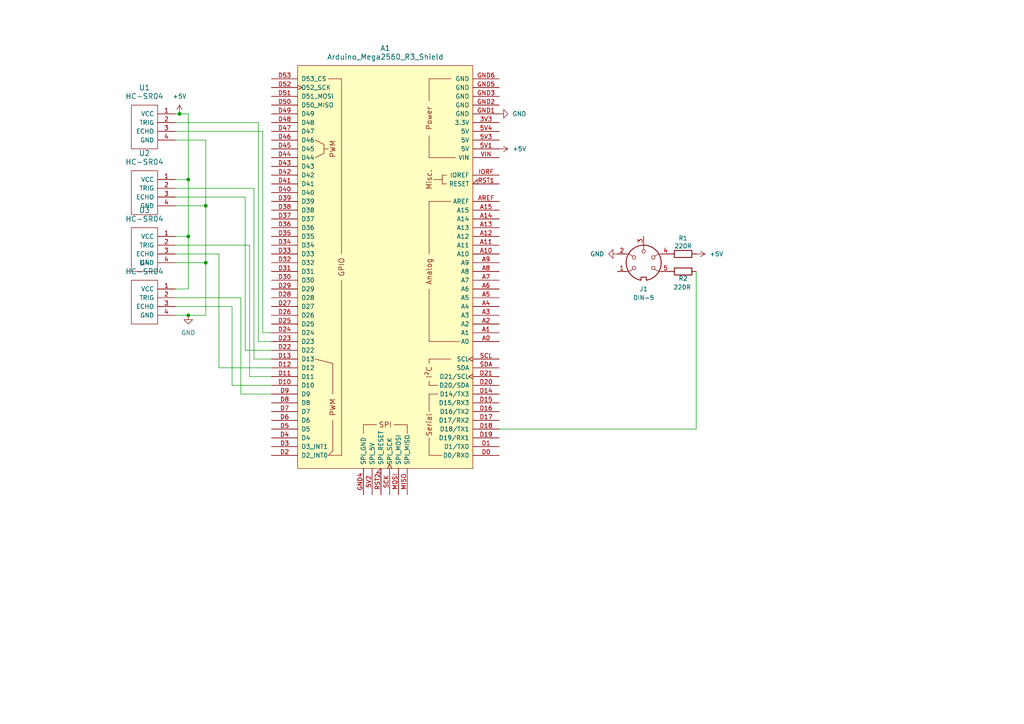
<source format=kicad_sch>
(kicad_sch
	(version 20250114)
	(generator "eeschema")
	(generator_version "9.0")
	(uuid "27110283-765f-42fd-b822-de0c17d6d19c")
	(paper "A4")
	(lib_symbols
		(symbol "Connector:DIN-5"
			(pin_names
				(offset 1.016)
			)
			(exclude_from_sim no)
			(in_bom yes)
			(on_board yes)
			(property "Reference" "J"
				(at 3.175 5.715 0)
				(effects
					(font
						(size 1.27 1.27)
					)
				)
			)
			(property "Value" "DIN-5"
				(at 0 -6.35 0)
				(effects
					(font
						(size 1.27 1.27)
					)
				)
			)
			(property "Footprint" ""
				(at 0 0 0)
				(effects
					(font
						(size 1.27 1.27)
					)
					(hide yes)
				)
			)
			(property "Datasheet" "http://www.mouser.com/ds/2/18/40_c091_abd_e-75918.pdf"
				(at 0 0 0)
				(effects
					(font
						(size 1.27 1.27)
					)
					(hide yes)
				)
			)
			(property "Description" "5-pin DIN connector"
				(at 0 0 0)
				(effects
					(font
						(size 1.27 1.27)
					)
					(hide yes)
				)
			)
			(property "ki_keywords" "circular DIN connector"
				(at 0 0 0)
				(effects
					(font
						(size 1.27 1.27)
					)
					(hide yes)
				)
			)
			(property "ki_fp_filters" "DIN*"
				(at 0 0 0)
				(effects
					(font
						(size 1.27 1.27)
					)
					(hide yes)
				)
			)
			(symbol "DIN-5_0_1"
				(polyline
					(pts
						(xy -5.08 2.54) (xy -4.318 2.54) (xy -3.175 1.905)
					)
					(stroke
						(width 0)
						(type default)
					)
					(fill
						(type none)
					)
				)
				(polyline
					(pts
						(xy -5.08 -2.54) (xy -4.318 -2.54) (xy -3.175 -1.905)
					)
					(stroke
						(width 0)
						(type default)
					)
					(fill
						(type none)
					)
				)
				(circle
					(center -2.794 1.524)
					(radius 0.508)
					(stroke
						(width 0)
						(type default)
					)
					(fill
						(type none)
					)
				)
				(circle
					(center -2.794 -1.524)
					(radius 0.508)
					(stroke
						(width 0)
						(type default)
					)
					(fill
						(type none)
					)
				)
				(polyline
					(pts
						(xy -0.762 -4.953) (xy -0.762 -4.191) (xy 0.762 -4.191) (xy 0.762 -4.953)
					)
					(stroke
						(width 0.254)
						(type default)
					)
					(fill
						(type none)
					)
				)
				(arc
					(start 5.08 0)
					(mid 3.8673 -3.3444)
					(end 0.762 -5.08)
					(stroke
						(width 0.254)
						(type default)
					)
					(fill
						(type none)
					)
				)
				(polyline
					(pts
						(xy 0 5.08) (xy 0 3.81)
					)
					(stroke
						(width 0)
						(type default)
					)
					(fill
						(type none)
					)
				)
				(circle
					(center 0 3.302)
					(radius 0.508)
					(stroke
						(width 0)
						(type default)
					)
					(fill
						(type none)
					)
				)
				(arc
					(start -5.08 0)
					(mid 0 5.0579)
					(end 5.08 0)
					(stroke
						(width 0.254)
						(type default)
					)
					(fill
						(type none)
					)
				)
				(arc
					(start -0.762 -5.08)
					(mid -3.8597 -3.3379)
					(end -5.08 0)
					(stroke
						(width 0.254)
						(type default)
					)
					(fill
						(type none)
					)
				)
				(circle
					(center 2.794 1.524)
					(radius 0.508)
					(stroke
						(width 0)
						(type default)
					)
					(fill
						(type none)
					)
				)
				(circle
					(center 2.794 -1.524)
					(radius 0.508)
					(stroke
						(width 0)
						(type default)
					)
					(fill
						(type none)
					)
				)
				(polyline
					(pts
						(xy 5.08 2.54) (xy 4.318 2.54) (xy 3.175 1.905)
					)
					(stroke
						(width 0)
						(type default)
					)
					(fill
						(type none)
					)
				)
				(polyline
					(pts
						(xy 5.08 -2.54) (xy 4.318 -2.54) (xy 3.175 -1.905)
					)
					(stroke
						(width 0)
						(type default)
					)
					(fill
						(type none)
					)
				)
			)
			(symbol "DIN-5_1_1"
				(pin passive line
					(at -7.62 2.54 0)
					(length 2.54)
					(name "~"
						(effects
							(font
								(size 1.27 1.27)
							)
						)
					)
					(number "2"
						(effects
							(font
								(size 1.27 1.27)
							)
						)
					)
				)
				(pin passive line
					(at -7.62 -2.54 0)
					(length 2.54)
					(name "~"
						(effects
							(font
								(size 1.27 1.27)
							)
						)
					)
					(number "1"
						(effects
							(font
								(size 1.27 1.27)
							)
						)
					)
				)
				(pin passive line
					(at 0 7.62 270)
					(length 2.54)
					(name "~"
						(effects
							(font
								(size 1.27 1.27)
							)
						)
					)
					(number "3"
						(effects
							(font
								(size 1.27 1.27)
							)
						)
					)
				)
				(pin passive line
					(at 7.62 2.54 180)
					(length 2.54)
					(name "~"
						(effects
							(font
								(size 1.27 1.27)
							)
						)
					)
					(number "4"
						(effects
							(font
								(size 1.27 1.27)
							)
						)
					)
				)
				(pin passive line
					(at 7.62 -2.54 180)
					(length 2.54)
					(name "~"
						(effects
							(font
								(size 1.27 1.27)
							)
						)
					)
					(number "5"
						(effects
							(font
								(size 1.27 1.27)
							)
						)
					)
				)
			)
			(embedded_fonts no)
		)
		(symbol "Device:R"
			(pin_numbers
				(hide yes)
			)
			(pin_names
				(offset 0)
			)
			(exclude_from_sim no)
			(in_bom yes)
			(on_board yes)
			(property "Reference" "R"
				(at 2.032 0 90)
				(effects
					(font
						(size 1.27 1.27)
					)
				)
			)
			(property "Value" "R"
				(at 0 0 90)
				(effects
					(font
						(size 1.27 1.27)
					)
				)
			)
			(property "Footprint" ""
				(at -1.778 0 90)
				(effects
					(font
						(size 1.27 1.27)
					)
					(hide yes)
				)
			)
			(property "Datasheet" "~"
				(at 0 0 0)
				(effects
					(font
						(size 1.27 1.27)
					)
					(hide yes)
				)
			)
			(property "Description" "Resistor"
				(at 0 0 0)
				(effects
					(font
						(size 1.27 1.27)
					)
					(hide yes)
				)
			)
			(property "ki_keywords" "R res resistor"
				(at 0 0 0)
				(effects
					(font
						(size 1.27 1.27)
					)
					(hide yes)
				)
			)
			(property "ki_fp_filters" "R_*"
				(at 0 0 0)
				(effects
					(font
						(size 1.27 1.27)
					)
					(hide yes)
				)
			)
			(symbol "R_0_1"
				(rectangle
					(start -1.016 -2.54)
					(end 1.016 2.54)
					(stroke
						(width 0.254)
						(type default)
					)
					(fill
						(type none)
					)
				)
			)
			(symbol "R_1_1"
				(pin passive line
					(at 0 3.81 270)
					(length 1.27)
					(name "~"
						(effects
							(font
								(size 1.27 1.27)
							)
						)
					)
					(number "1"
						(effects
							(font
								(size 1.27 1.27)
							)
						)
					)
				)
				(pin passive line
					(at 0 -3.81 90)
					(length 1.27)
					(name "~"
						(effects
							(font
								(size 1.27 1.27)
							)
						)
					)
					(number "2"
						(effects
							(font
								(size 1.27 1.27)
							)
						)
					)
				)
			)
			(embedded_fonts no)
		)
		(symbol "arduino-library:Arduino_Mega2560_R3_Shield"
			(pin_names
				(offset 1.016)
			)
			(exclude_from_sim no)
			(in_bom yes)
			(on_board yes)
			(property "Reference" "A"
				(at 0 -62.23 0)
				(effects
					(font
						(size 1.524 1.524)
					)
				)
			)
			(property "Value" "Arduino_Mega2560_R3_Shield"
				(at 0 -66.04 0)
				(effects
					(font
						(size 1.524 1.524)
					)
				)
			)
			(property "Footprint" "PCM_arduino-library:Arduino_Mega2560_R3_Shield"
				(at 0 -73.66 0)
				(effects
					(font
						(size 1.524 1.524)
					)
					(hide yes)
				)
			)
			(property "Datasheet" "https://docs.arduino.cc/hardware/mega-2560"
				(at 0 -69.85 0)
				(effects
					(font
						(size 1.524 1.524)
					)
					(hide yes)
				)
			)
			(property "Description" "Shield for Arduino Mega 2560 R3"
				(at 0 0 0)
				(effects
					(font
						(size 1.27 1.27)
					)
					(hide yes)
				)
			)
			(property "ki_keywords" "Arduino MPU Shield"
				(at 0 0 0)
				(effects
					(font
						(size 1.27 1.27)
					)
					(hide yes)
				)
			)
			(property "ki_fp_filters" "Arduino_Mega2560_R3_Shield"
				(at 0 0 0)
				(effects
					(font
						(size 1.27 1.27)
					)
					(hide yes)
				)
			)
			(symbol "Arduino_Mega2560_R3_Shield_0_0"
				(rectangle
					(start -25.4 -58.42)
					(end 25.4 58.42)
					(stroke
						(width 0)
						(type default)
					)
					(fill
						(type background)
					)
				)
				(polyline
					(pts
						(xy -21.59 21.59) (xy -12.7 21.59)
					)
					(stroke
						(width 0)
						(type default)
					)
					(fill
						(type none)
					)
				)
				(rectangle
					(start -20.32 -31.75)
					(end -12.7 -31.75)
					(stroke
						(width 0)
						(type default)
					)
					(fill
						(type none)
					)
				)
				(rectangle
					(start -19.05 26.67)
					(end -12.7 26.67)
					(stroke
						(width 0)
						(type default)
					)
					(fill
						(type none)
					)
				)
				(rectangle
					(start -19.05 -19.05)
					(end -12.7 -19.05)
					(stroke
						(width 0)
						(type default)
					)
					(fill
						(type none)
					)
				)
				(rectangle
					(start -19.05 -54.61)
					(end -12.7 -54.61)
					(stroke
						(width 0)
						(type default)
					)
					(fill
						(type none)
					)
				)
				(rectangle
					(start -17.78 -24.13)
					(end -16.51 -24.13)
					(stroke
						(width 0)
						(type default)
					)
					(fill
						(type none)
					)
				)
				(rectangle
					(start -17.78 -26.67)
					(end -16.51 -26.67)
					(stroke
						(width 0)
						(type default)
					)
					(fill
						(type none)
					)
				)
				(rectangle
					(start -16.51 54.61)
					(end -12.7 54.61)
					(stroke
						(width 0)
						(type default)
					)
					(fill
						(type none)
					)
				)
				(rectangle
					(start -16.51 -24.13)
					(end -16.51 -26.67)
					(stroke
						(width 0)
						(type default)
					)
					(fill
						(type none)
					)
				)
				(rectangle
					(start -16.51 -25.4)
					(end -13.97 -25.4)
					(stroke
						(width 0)
						(type default)
					)
					(fill
						(type none)
					)
				)
				(rectangle
					(start -15.24 36.83)
					(end -12.7 36.83)
					(stroke
						(width 0)
						(type default)
					)
					(fill
						(type none)
					)
				)
				(rectangle
					(start -15.24 34.29)
					(end -12.7 34.29)
					(stroke
						(width 0)
						(type default)
					)
					(fill
						(type none)
					)
				)
				(rectangle
					(start -12.7 49.53)
					(end -12.7 54.61)
					(stroke
						(width 0)
						(type default)
					)
					(fill
						(type none)
					)
				)
				(rectangle
					(start -12.7 41.91)
					(end -12.7 36.83)
					(stroke
						(width 0)
						(type default)
					)
					(fill
						(type none)
					)
				)
				(rectangle
					(start -12.7 34.29)
					(end -12.7 33.02)
					(stroke
						(width 0)
						(type default)
					)
					(fill
						(type none)
					)
				)
				(rectangle
					(start -12.7 26.67)
					(end -12.7 27.94)
					(stroke
						(width 0)
						(type default)
					)
					(fill
						(type none)
					)
				)
				(polyline
					(pts
						(xy -12.7 6.35) (xy -12.7 21.59)
					)
					(stroke
						(width 0)
						(type default)
					)
					(fill
						(type none)
					)
				)
				(polyline
					(pts
						(xy -12.7 -19.05) (xy -12.7 -3.81)
					)
					(stroke
						(width 0)
						(type default)
					)
					(fill
						(type none)
					)
				)
				(rectangle
					(start -12.7 -31.75)
					(end -12.7 -38.1)
					(stroke
						(width 0)
						(type default)
					)
					(fill
						(type none)
					)
				)
				(rectangle
					(start -12.7 -54.61)
					(end -12.7 -48.26)
					(stroke
						(width 0)
						(type default)
					)
					(fill
						(type none)
					)
				)
				(rectangle
					(start -6.35 48.26)
					(end -6.35 45.72)
					(stroke
						(width 0)
						(type default)
					)
					(fill
						(type none)
					)
				)
				(rectangle
					(start -2.54 45.72)
					(end -6.35 45.72)
					(stroke
						(width 0)
						(type default)
					)
					(fill
						(type none)
					)
				)
				(rectangle
					(start 6.35 48.26)
					(end 6.35 45.72)
					(stroke
						(width 0)
						(type default)
					)
					(fill
						(type none)
					)
				)
				(rectangle
					(start 6.35 45.72)
					(end 2.54 45.72)
					(stroke
						(width 0)
						(type default)
					)
					(fill
						(type none)
					)
				)
				(polyline
					(pts
						(xy 12.7 54.61) (xy 16.51 54.61)
					)
					(stroke
						(width 0)
						(type default)
					)
					(fill
						(type none)
					)
				)
				(polyline
					(pts
						(xy 12.7 -54.61) (xy 16.51 -54.61)
					)
					(stroke
						(width 0)
						(type default)
					)
					(fill
						(type none)
					)
				)
				(polyline
					(pts
						(xy 15.24 44.45) (xy 15.24 53.34) (xy 16.51 54.61)
					)
					(stroke
						(width 0)
						(type default)
					)
					(fill
						(type none)
					)
				)
				(polyline
					(pts
						(xy 15.24 36.83) (xy 15.24 27.94) (xy 20.32 26.67)
					)
					(stroke
						(width 0)
						(type default)
					)
					(fill
						(type none)
					)
				)
				(polyline
					(pts
						(xy 17.78 -34.29) (xy 16.51 -34.29)
					)
					(stroke
						(width 0)
						(type default)
					)
					(fill
						(type none)
					)
				)
				(polyline
					(pts
						(xy 20.32 -31.75) (xy 17.78 -33.02) (xy 17.78 -35.56) (xy 20.32 -36.83)
					)
					(stroke
						(width 0)
						(type default)
					)
					(fill
						(type none)
					)
				)
				(text "Serial"
					(at -12.7 45.72 900)
					(effects
						(font
							(size 1.524 1.524)
						)
					)
				)
				(text "I²C"
					(at -12.7 30.48 900)
					(effects
						(font
							(size 1.524 1.524)
						)
					)
				)
				(text "Analog"
					(at -12.7 1.27 900)
					(effects
						(font
							(size 1.524 1.524)
						)
					)
				)
				(text "Misc."
					(at -12.7 -25.4 900)
					(effects
						(font
							(size 1.524 1.524)
						)
					)
				)
				(text "Power"
					(at -12.7 -43.18 900)
					(effects
						(font
							(size 1.524 1.524)
						)
					)
				)
				(text "SPI"
					(at 0 45.72 0)
					(effects
						(font
							(size 1.524 1.524)
						)
					)
				)
				(text "PWM"
					(at 15.24 40.64 900)
					(effects
						(font
							(size 1.524 1.524)
						)
					)
				)
				(text "PWM"
					(at 15.24 -34.29 900)
					(effects
						(font
							(size 1.524 1.524)
						)
					)
				)
			)
			(symbol "Arduino_Mega2560_R3_Shield_1_0"
				(rectangle
					(start 12.7 54.61)
					(end 12.7 3.81)
					(stroke
						(width 0)
						(type default)
					)
					(fill
						(type none)
					)
				)
				(rectangle
					(start 12.7 -54.61)
					(end 12.7 -3.81)
					(stroke
						(width 0)
						(type default)
					)
					(fill
						(type none)
					)
				)
				(text "GPIO"
					(at 12.7 0 900)
					(effects
						(font
							(size 1.524 1.524)
						)
					)
				)
			)
			(symbol "Arduino_Mega2560_R3_Shield_1_1"
				(pin bidirectional line
					(at -33.02 54.61 0)
					(length 7.62)
					(name "D0/RX0"
						(effects
							(font
								(size 1.27 1.27)
							)
						)
					)
					(number "D0"
						(effects
							(font
								(size 1.27 1.27)
							)
						)
					)
				)
				(pin bidirectional line
					(at -33.02 52.07 0)
					(length 7.62)
					(name "D1/TX0"
						(effects
							(font
								(size 1.27 1.27)
							)
						)
					)
					(number "D1"
						(effects
							(font
								(size 1.27 1.27)
							)
						)
					)
				)
				(pin bidirectional line
					(at -33.02 49.53 0)
					(length 7.62)
					(name "D19/RX1"
						(effects
							(font
								(size 1.27 1.27)
							)
						)
					)
					(number "D19"
						(effects
							(font
								(size 1.27 1.27)
							)
						)
					)
				)
				(pin bidirectional line
					(at -33.02 46.99 0)
					(length 7.62)
					(name "D18/TX1"
						(effects
							(font
								(size 1.27 1.27)
							)
						)
					)
					(number "D18"
						(effects
							(font
								(size 1.27 1.27)
							)
						)
					)
				)
				(pin bidirectional line
					(at -33.02 44.45 0)
					(length 7.62)
					(name "D17/RX2"
						(effects
							(font
								(size 1.27 1.27)
							)
						)
					)
					(number "D17"
						(effects
							(font
								(size 1.27 1.27)
							)
						)
					)
				)
				(pin bidirectional line
					(at -33.02 41.91 0)
					(length 7.62)
					(name "D16/TX2"
						(effects
							(font
								(size 1.27 1.27)
							)
						)
					)
					(number "D16"
						(effects
							(font
								(size 1.27 1.27)
							)
						)
					)
				)
				(pin bidirectional line
					(at -33.02 39.37 0)
					(length 7.62)
					(name "D15/RX3"
						(effects
							(font
								(size 1.27 1.27)
							)
						)
					)
					(number "D15"
						(effects
							(font
								(size 1.27 1.27)
							)
						)
					)
				)
				(pin bidirectional line
					(at -33.02 36.83 0)
					(length 7.62)
					(name "D14/TX3"
						(effects
							(font
								(size 1.27 1.27)
							)
						)
					)
					(number "D14"
						(effects
							(font
								(size 1.27 1.27)
							)
						)
					)
				)
				(pin bidirectional line
					(at -33.02 34.29 0)
					(length 7.62)
					(name "D20/SDA"
						(effects
							(font
								(size 1.27 1.27)
							)
						)
					)
					(number "D20"
						(effects
							(font
								(size 1.27 1.27)
							)
						)
					)
				)
				(pin bidirectional clock
					(at -33.02 31.75 0)
					(length 7.62)
					(name "D21/SCL"
						(effects
							(font
								(size 1.27 1.27)
							)
						)
					)
					(number "D21"
						(effects
							(font
								(size 1.27 1.27)
							)
						)
					)
				)
				(pin bidirectional line
					(at -33.02 29.21 0)
					(length 7.62)
					(name "SDA"
						(effects
							(font
								(size 1.27 1.27)
							)
						)
					)
					(number "SDA"
						(effects
							(font
								(size 1.27 1.27)
							)
						)
					)
				)
				(pin bidirectional clock
					(at -33.02 26.67 0)
					(length 7.62)
					(name "SCL"
						(effects
							(font
								(size 1.27 1.27)
							)
						)
					)
					(number "SCL"
						(effects
							(font
								(size 1.27 1.27)
							)
						)
					)
				)
				(pin bidirectional line
					(at -33.02 21.59 0)
					(length 7.62)
					(name "A0"
						(effects
							(font
								(size 1.27 1.27)
							)
						)
					)
					(number "A0"
						(effects
							(font
								(size 1.27 1.27)
							)
						)
					)
				)
				(pin bidirectional line
					(at -33.02 19.05 0)
					(length 7.62)
					(name "A1"
						(effects
							(font
								(size 1.27 1.27)
							)
						)
					)
					(number "A1"
						(effects
							(font
								(size 1.27 1.27)
							)
						)
					)
				)
				(pin bidirectional line
					(at -33.02 16.51 0)
					(length 7.62)
					(name "A2"
						(effects
							(font
								(size 1.27 1.27)
							)
						)
					)
					(number "A2"
						(effects
							(font
								(size 1.27 1.27)
							)
						)
					)
				)
				(pin bidirectional line
					(at -33.02 13.97 0)
					(length 7.62)
					(name "A3"
						(effects
							(font
								(size 1.27 1.27)
							)
						)
					)
					(number "A3"
						(effects
							(font
								(size 1.27 1.27)
							)
						)
					)
				)
				(pin bidirectional line
					(at -33.02 11.43 0)
					(length 7.62)
					(name "A4"
						(effects
							(font
								(size 1.27 1.27)
							)
						)
					)
					(number "A4"
						(effects
							(font
								(size 1.27 1.27)
							)
						)
					)
				)
				(pin bidirectional line
					(at -33.02 8.89 0)
					(length 7.62)
					(name "A5"
						(effects
							(font
								(size 1.27 1.27)
							)
						)
					)
					(number "A5"
						(effects
							(font
								(size 1.27 1.27)
							)
						)
					)
				)
				(pin bidirectional line
					(at -33.02 6.35 0)
					(length 7.62)
					(name "A6"
						(effects
							(font
								(size 1.27 1.27)
							)
						)
					)
					(number "A6"
						(effects
							(font
								(size 1.27 1.27)
							)
						)
					)
				)
				(pin bidirectional line
					(at -33.02 3.81 0)
					(length 7.62)
					(name "A7"
						(effects
							(font
								(size 1.27 1.27)
							)
						)
					)
					(number "A7"
						(effects
							(font
								(size 1.27 1.27)
							)
						)
					)
				)
				(pin bidirectional line
					(at -33.02 1.27 0)
					(length 7.62)
					(name "A8"
						(effects
							(font
								(size 1.27 1.27)
							)
						)
					)
					(number "A8"
						(effects
							(font
								(size 1.27 1.27)
							)
						)
					)
				)
				(pin bidirectional line
					(at -33.02 -1.27 0)
					(length 7.62)
					(name "A9"
						(effects
							(font
								(size 1.27 1.27)
							)
						)
					)
					(number "A9"
						(effects
							(font
								(size 1.27 1.27)
							)
						)
					)
				)
				(pin bidirectional line
					(at -33.02 -3.81 0)
					(length 7.62)
					(name "A10"
						(effects
							(font
								(size 1.27 1.27)
							)
						)
					)
					(number "A10"
						(effects
							(font
								(size 1.27 1.27)
							)
						)
					)
				)
				(pin bidirectional line
					(at -33.02 -6.35 0)
					(length 7.62)
					(name "A11"
						(effects
							(font
								(size 1.27 1.27)
							)
						)
					)
					(number "A11"
						(effects
							(font
								(size 1.27 1.27)
							)
						)
					)
				)
				(pin bidirectional line
					(at -33.02 -8.89 0)
					(length 7.62)
					(name "A12"
						(effects
							(font
								(size 1.27 1.27)
							)
						)
					)
					(number "A12"
						(effects
							(font
								(size 1.27 1.27)
							)
						)
					)
				)
				(pin bidirectional line
					(at -33.02 -11.43 0)
					(length 7.62)
					(name "A13"
						(effects
							(font
								(size 1.27 1.27)
							)
						)
					)
					(number "A13"
						(effects
							(font
								(size 1.27 1.27)
							)
						)
					)
				)
				(pin bidirectional line
					(at -33.02 -13.97 0)
					(length 7.62)
					(name "A14"
						(effects
							(font
								(size 1.27 1.27)
							)
						)
					)
					(number "A14"
						(effects
							(font
								(size 1.27 1.27)
							)
						)
					)
				)
				(pin bidirectional line
					(at -33.02 -16.51 0)
					(length 7.62)
					(name "A15"
						(effects
							(font
								(size 1.27 1.27)
							)
						)
					)
					(number "A15"
						(effects
							(font
								(size 1.27 1.27)
							)
						)
					)
				)
				(pin input line
					(at -33.02 -19.05 0)
					(length 7.62)
					(name "AREF"
						(effects
							(font
								(size 1.27 1.27)
							)
						)
					)
					(number "AREF"
						(effects
							(font
								(size 1.27 1.27)
							)
						)
					)
				)
				(pin open_collector input_low
					(at -33.02 -24.13 0)
					(length 7.62)
					(name "RESET"
						(effects
							(font
								(size 1.27 1.27)
							)
						)
					)
					(number "RST1"
						(effects
							(font
								(size 1.27 1.27)
							)
						)
					)
				)
				(pin output line
					(at -33.02 -26.67 0)
					(length 7.62)
					(name "IOREF"
						(effects
							(font
								(size 1.27 1.27)
							)
						)
					)
					(number "IORF"
						(effects
							(font
								(size 1.27 1.27)
							)
						)
					)
				)
				(pin power_in line
					(at -33.02 -31.75 0)
					(length 7.62)
					(name "VIN"
						(effects
							(font
								(size 1.27 1.27)
							)
						)
					)
					(number "VIN"
						(effects
							(font
								(size 1.27 1.27)
							)
						)
					)
				)
				(pin power_in line
					(at -33.02 -34.29 0)
					(length 7.62)
					(name "5V"
						(effects
							(font
								(size 1.27 1.27)
							)
						)
					)
					(number "5V1"
						(effects
							(font
								(size 1.27 1.27)
							)
						)
					)
				)
				(pin power_in line
					(at -33.02 -36.83 0)
					(length 7.62)
					(name "5V"
						(effects
							(font
								(size 1.27 1.27)
							)
						)
					)
					(number "5V3"
						(effects
							(font
								(size 1.27 1.27)
							)
						)
					)
				)
				(pin power_in line
					(at -33.02 -39.37 0)
					(length 7.62)
					(name "5V"
						(effects
							(font
								(size 1.27 1.27)
							)
						)
					)
					(number "5V4"
						(effects
							(font
								(size 1.27 1.27)
							)
						)
					)
				)
				(pin power_out line
					(at -33.02 -41.91 0)
					(length 7.62)
					(name "3.3V"
						(effects
							(font
								(size 1.27 1.27)
							)
						)
					)
					(number "3V3"
						(effects
							(font
								(size 1.27 1.27)
							)
						)
					)
				)
				(pin power_in line
					(at -33.02 -44.45 0)
					(length 7.62)
					(name "GND"
						(effects
							(font
								(size 1.27 1.27)
							)
						)
					)
					(number "GND1"
						(effects
							(font
								(size 1.27 1.27)
							)
						)
					)
				)
				(pin power_in line
					(at -33.02 -46.99 0)
					(length 7.62)
					(name "GND"
						(effects
							(font
								(size 1.27 1.27)
							)
						)
					)
					(number "GND2"
						(effects
							(font
								(size 1.27 1.27)
							)
						)
					)
				)
				(pin power_in line
					(at -33.02 -49.53 0)
					(length 7.62)
					(name "GND"
						(effects
							(font
								(size 1.27 1.27)
							)
						)
					)
					(number "GND3"
						(effects
							(font
								(size 1.27 1.27)
							)
						)
					)
				)
				(pin power_in line
					(at -33.02 -52.07 0)
					(length 7.62)
					(name "GND"
						(effects
							(font
								(size 1.27 1.27)
							)
						)
					)
					(number "GND5"
						(effects
							(font
								(size 1.27 1.27)
							)
						)
					)
				)
				(pin power_in line
					(at -33.02 -54.61 0)
					(length 7.62)
					(name "GND"
						(effects
							(font
								(size 1.27 1.27)
							)
						)
					)
					(number "GND6"
						(effects
							(font
								(size 1.27 1.27)
							)
						)
					)
				)
				(pin input line
					(at -6.35 66.04 270)
					(length 7.62)
					(name "SPI_MISO"
						(effects
							(font
								(size 1.27 1.27)
							)
						)
					)
					(number "MISO"
						(effects
							(font
								(size 1.27 1.27)
							)
						)
					)
				)
				(pin output line
					(at -3.81 66.04 270)
					(length 7.62)
					(name "SPI_MOSI"
						(effects
							(font
								(size 1.27 1.27)
							)
						)
					)
					(number "MOSI"
						(effects
							(font
								(size 1.27 1.27)
							)
						)
					)
				)
				(pin output clock
					(at -1.27 66.04 270)
					(length 7.62)
					(name "SPI_SCK"
						(effects
							(font
								(size 1.27 1.27)
							)
						)
					)
					(number "SCK"
						(effects
							(font
								(size 1.27 1.27)
							)
						)
					)
				)
				(pin open_collector input_low
					(at 1.27 66.04 270)
					(length 7.62)
					(name "SPI_RESET"
						(effects
							(font
								(size 1.27 1.27)
							)
						)
					)
					(number "RST2"
						(effects
							(font
								(size 1.27 1.27)
							)
						)
					)
				)
				(pin power_in line
					(at 3.81 66.04 270)
					(length 7.62)
					(name "SPI_5V"
						(effects
							(font
								(size 1.27 1.27)
							)
						)
					)
					(number "5V2"
						(effects
							(font
								(size 1.27 1.27)
							)
						)
					)
				)
				(pin power_in line
					(at 6.35 66.04 270)
					(length 7.62)
					(name "SPI_GND"
						(effects
							(font
								(size 1.27 1.27)
							)
						)
					)
					(number "GND4"
						(effects
							(font
								(size 1.27 1.27)
							)
						)
					)
				)
				(pin bidirectional line
					(at 33.02 54.61 180)
					(length 7.62)
					(name "D2_INT0"
						(effects
							(font
								(size 1.27 1.27)
							)
						)
					)
					(number "D2"
						(effects
							(font
								(size 1.27 1.27)
							)
						)
					)
				)
				(pin bidirectional line
					(at 33.02 52.07 180)
					(length 7.62)
					(name "D3_INT1"
						(effects
							(font
								(size 1.27 1.27)
							)
						)
					)
					(number "D3"
						(effects
							(font
								(size 1.27 1.27)
							)
						)
					)
				)
				(pin bidirectional line
					(at 33.02 49.53 180)
					(length 7.62)
					(name "D4"
						(effects
							(font
								(size 1.27 1.27)
							)
						)
					)
					(number "D4"
						(effects
							(font
								(size 1.27 1.27)
							)
						)
					)
				)
				(pin bidirectional line
					(at 33.02 46.99 180)
					(length 7.62)
					(name "D5"
						(effects
							(font
								(size 1.27 1.27)
							)
						)
					)
					(number "D5"
						(effects
							(font
								(size 1.27 1.27)
							)
						)
					)
				)
				(pin bidirectional line
					(at 33.02 44.45 180)
					(length 7.62)
					(name "D6"
						(effects
							(font
								(size 1.27 1.27)
							)
						)
					)
					(number "D6"
						(effects
							(font
								(size 1.27 1.27)
							)
						)
					)
				)
				(pin bidirectional line
					(at 33.02 41.91 180)
					(length 7.62)
					(name "D7"
						(effects
							(font
								(size 1.27 1.27)
							)
						)
					)
					(number "D7"
						(effects
							(font
								(size 1.27 1.27)
							)
						)
					)
				)
				(pin bidirectional line
					(at 33.02 39.37 180)
					(length 7.62)
					(name "D8"
						(effects
							(font
								(size 1.27 1.27)
							)
						)
					)
					(number "D8"
						(effects
							(font
								(size 1.27 1.27)
							)
						)
					)
				)
				(pin bidirectional line
					(at 33.02 36.83 180)
					(length 7.62)
					(name "D9"
						(effects
							(font
								(size 1.27 1.27)
							)
						)
					)
					(number "D9"
						(effects
							(font
								(size 1.27 1.27)
							)
						)
					)
				)
				(pin bidirectional line
					(at 33.02 34.29 180)
					(length 7.62)
					(name "D10"
						(effects
							(font
								(size 1.27 1.27)
							)
						)
					)
					(number "D10"
						(effects
							(font
								(size 1.27 1.27)
							)
						)
					)
				)
				(pin bidirectional line
					(at 33.02 31.75 180)
					(length 7.62)
					(name "D11"
						(effects
							(font
								(size 1.27 1.27)
							)
						)
					)
					(number "D11"
						(effects
							(font
								(size 1.27 1.27)
							)
						)
					)
				)
				(pin bidirectional line
					(at 33.02 29.21 180)
					(length 7.62)
					(name "D12"
						(effects
							(font
								(size 1.27 1.27)
							)
						)
					)
					(number "D12"
						(effects
							(font
								(size 1.27 1.27)
							)
						)
					)
				)
				(pin bidirectional line
					(at 33.02 26.67 180)
					(length 7.62)
					(name "D13"
						(effects
							(font
								(size 1.27 1.27)
							)
						)
					)
					(number "D13"
						(effects
							(font
								(size 1.27 1.27)
							)
						)
					)
				)
				(pin bidirectional line
					(at 33.02 24.13 180)
					(length 7.62)
					(name "D22"
						(effects
							(font
								(size 1.27 1.27)
							)
						)
					)
					(number "D22"
						(effects
							(font
								(size 1.27 1.27)
							)
						)
					)
				)
				(pin bidirectional line
					(at 33.02 21.59 180)
					(length 7.62)
					(name "D23"
						(effects
							(font
								(size 1.27 1.27)
							)
						)
					)
					(number "D23"
						(effects
							(font
								(size 1.27 1.27)
							)
						)
					)
				)
				(pin bidirectional line
					(at 33.02 19.05 180)
					(length 7.62)
					(name "D24"
						(effects
							(font
								(size 1.27 1.27)
							)
						)
					)
					(number "D24"
						(effects
							(font
								(size 1.27 1.27)
							)
						)
					)
				)
				(pin bidirectional line
					(at 33.02 16.51 180)
					(length 7.62)
					(name "D25"
						(effects
							(font
								(size 1.27 1.27)
							)
						)
					)
					(number "D25"
						(effects
							(font
								(size 1.27 1.27)
							)
						)
					)
				)
				(pin bidirectional line
					(at 33.02 13.97 180)
					(length 7.62)
					(name "D26"
						(effects
							(font
								(size 1.27 1.27)
							)
						)
					)
					(number "D26"
						(effects
							(font
								(size 1.27 1.27)
							)
						)
					)
				)
				(pin bidirectional line
					(at 33.02 11.43 180)
					(length 7.62)
					(name "D27"
						(effects
							(font
								(size 1.27 1.27)
							)
						)
					)
					(number "D27"
						(effects
							(font
								(size 1.27 1.27)
							)
						)
					)
				)
				(pin bidirectional line
					(at 33.02 8.89 180)
					(length 7.62)
					(name "D28"
						(effects
							(font
								(size 1.27 1.27)
							)
						)
					)
					(number "D28"
						(effects
							(font
								(size 1.27 1.27)
							)
						)
					)
				)
				(pin bidirectional line
					(at 33.02 6.35 180)
					(length 7.62)
					(name "D29"
						(effects
							(font
								(size 1.27 1.27)
							)
						)
					)
					(number "D29"
						(effects
							(font
								(size 1.27 1.27)
							)
						)
					)
				)
				(pin bidirectional line
					(at 33.02 3.81 180)
					(length 7.62)
					(name "D30"
						(effects
							(font
								(size 1.27 1.27)
							)
						)
					)
					(number "D30"
						(effects
							(font
								(size 1.27 1.27)
							)
						)
					)
				)
				(pin bidirectional line
					(at 33.02 1.27 180)
					(length 7.62)
					(name "D31"
						(effects
							(font
								(size 1.27 1.27)
							)
						)
					)
					(number "D31"
						(effects
							(font
								(size 1.27 1.27)
							)
						)
					)
				)
				(pin bidirectional line
					(at 33.02 -1.27 180)
					(length 7.62)
					(name "D32"
						(effects
							(font
								(size 1.27 1.27)
							)
						)
					)
					(number "D32"
						(effects
							(font
								(size 1.27 1.27)
							)
						)
					)
				)
				(pin bidirectional line
					(at 33.02 -3.81 180)
					(length 7.62)
					(name "D33"
						(effects
							(font
								(size 1.27 1.27)
							)
						)
					)
					(number "D33"
						(effects
							(font
								(size 1.27 1.27)
							)
						)
					)
				)
				(pin bidirectional line
					(at 33.02 -6.35 180)
					(length 7.62)
					(name "D34"
						(effects
							(font
								(size 1.27 1.27)
							)
						)
					)
					(number "D34"
						(effects
							(font
								(size 1.27 1.27)
							)
						)
					)
				)
				(pin bidirectional line
					(at 33.02 -8.89 180)
					(length 7.62)
					(name "D35"
						(effects
							(font
								(size 1.27 1.27)
							)
						)
					)
					(number "D35"
						(effects
							(font
								(size 1.27 1.27)
							)
						)
					)
				)
				(pin bidirectional line
					(at 33.02 -11.43 180)
					(length 7.62)
					(name "D36"
						(effects
							(font
								(size 1.27 1.27)
							)
						)
					)
					(number "D36"
						(effects
							(font
								(size 1.27 1.27)
							)
						)
					)
				)
				(pin bidirectional line
					(at 33.02 -13.97 180)
					(length 7.62)
					(name "D37"
						(effects
							(font
								(size 1.27 1.27)
							)
						)
					)
					(number "D37"
						(effects
							(font
								(size 1.27 1.27)
							)
						)
					)
				)
				(pin bidirectional line
					(at 33.02 -16.51 180)
					(length 7.62)
					(name "D38"
						(effects
							(font
								(size 1.27 1.27)
							)
						)
					)
					(number "D38"
						(effects
							(font
								(size 1.27 1.27)
							)
						)
					)
				)
				(pin bidirectional line
					(at 33.02 -19.05 180)
					(length 7.62)
					(name "D39"
						(effects
							(font
								(size 1.27 1.27)
							)
						)
					)
					(number "D39"
						(effects
							(font
								(size 1.27 1.27)
							)
						)
					)
				)
				(pin bidirectional line
					(at 33.02 -21.59 180)
					(length 7.62)
					(name "D40"
						(effects
							(font
								(size 1.27 1.27)
							)
						)
					)
					(number "D40"
						(effects
							(font
								(size 1.27 1.27)
							)
						)
					)
				)
				(pin bidirectional line
					(at 33.02 -24.13 180)
					(length 7.62)
					(name "D41"
						(effects
							(font
								(size 1.27 1.27)
							)
						)
					)
					(number "D41"
						(effects
							(font
								(size 1.27 1.27)
							)
						)
					)
				)
				(pin bidirectional line
					(at 33.02 -26.67 180)
					(length 7.62)
					(name "D42"
						(effects
							(font
								(size 1.27 1.27)
							)
						)
					)
					(number "D42"
						(effects
							(font
								(size 1.27 1.27)
							)
						)
					)
				)
				(pin bidirectional line
					(at 33.02 -29.21 180)
					(length 7.62)
					(name "D43"
						(effects
							(font
								(size 1.27 1.27)
							)
						)
					)
					(number "D43"
						(effects
							(font
								(size 1.27 1.27)
							)
						)
					)
				)
				(pin bidirectional line
					(at 33.02 -31.75 180)
					(length 7.62)
					(name "D44"
						(effects
							(font
								(size 1.27 1.27)
							)
						)
					)
					(number "D44"
						(effects
							(font
								(size 1.27 1.27)
							)
						)
					)
				)
				(pin bidirectional line
					(at 33.02 -34.29 180)
					(length 7.62)
					(name "D45"
						(effects
							(font
								(size 1.27 1.27)
							)
						)
					)
					(number "D45"
						(effects
							(font
								(size 1.27 1.27)
							)
						)
					)
				)
				(pin bidirectional line
					(at 33.02 -36.83 180)
					(length 7.62)
					(name "D46"
						(effects
							(font
								(size 1.27 1.27)
							)
						)
					)
					(number "D46"
						(effects
							(font
								(size 1.27 1.27)
							)
						)
					)
				)
				(pin bidirectional line
					(at 33.02 -39.37 180)
					(length 7.62)
					(name "D47"
						(effects
							(font
								(size 1.27 1.27)
							)
						)
					)
					(number "D47"
						(effects
							(font
								(size 1.27 1.27)
							)
						)
					)
				)
				(pin bidirectional line
					(at 33.02 -41.91 180)
					(length 7.62)
					(name "D48"
						(effects
							(font
								(size 1.27 1.27)
							)
						)
					)
					(number "D48"
						(effects
							(font
								(size 1.27 1.27)
							)
						)
					)
				)
				(pin bidirectional line
					(at 33.02 -44.45 180)
					(length 7.62)
					(name "D49"
						(effects
							(font
								(size 1.27 1.27)
							)
						)
					)
					(number "D49"
						(effects
							(font
								(size 1.27 1.27)
							)
						)
					)
				)
				(pin bidirectional line
					(at 33.02 -46.99 180)
					(length 7.62)
					(name "D50_MISO"
						(effects
							(font
								(size 1.27 1.27)
							)
						)
					)
					(number "D50"
						(effects
							(font
								(size 1.27 1.27)
							)
						)
					)
				)
				(pin bidirectional line
					(at 33.02 -49.53 180)
					(length 7.62)
					(name "D51_MOSI"
						(effects
							(font
								(size 1.27 1.27)
							)
						)
					)
					(number "D51"
						(effects
							(font
								(size 1.27 1.27)
							)
						)
					)
				)
				(pin bidirectional clock
					(at 33.02 -52.07 180)
					(length 7.62)
					(name "D52_SCK"
						(effects
							(font
								(size 1.27 1.27)
							)
						)
					)
					(number "D52"
						(effects
							(font
								(size 1.27 1.27)
							)
						)
					)
				)
				(pin bidirectional line
					(at 33.02 -54.61 180)
					(length 7.62)
					(name "D53_CS"
						(effects
							(font
								(size 1.27 1.27)
							)
						)
					)
					(number "D53"
						(effects
							(font
								(size 1.27 1.27)
							)
						)
					)
				)
			)
			(embedded_fonts no)
		)
		(symbol "hc-sr04:HC-SR04"
			(pin_names
				(offset 1.016)
			)
			(exclude_from_sim no)
			(in_bom yes)
			(on_board yes)
			(property "Reference" "U"
				(at -6.35 -7.62 0)
				(effects
					(font
						(size 1.524 1.524)
					)
				)
			)
			(property "Value" "HC-SR04"
				(at -2.54 7.62 0)
				(effects
					(font
						(size 1.524 1.524)
					)
				)
			)
			(property "Footprint" ""
				(at 0 0 0)
				(effects
					(font
						(size 1.524 1.524)
					)
				)
			)
			(property "Datasheet" ""
				(at 0 0 0)
				(effects
					(font
						(size 1.524 1.524)
					)
				)
			)
			(property "Description" ""
				(at 0 0 0)
				(effects
					(font
						(size 1.27 1.27)
					)
					(hide yes)
				)
			)
			(symbol "HC-SR04_0_1"
				(rectangle
					(start 0 6.35)
					(end -7.62 -6.35)
					(stroke
						(width 0)
						(type solid)
					)
					(fill
						(type none)
					)
				)
			)
			(symbol "HC-SR04_1_1"
				(pin input line
					(at 5.08 3.81 180)
					(length 5.08)
					(name "VCC"
						(effects
							(font
								(size 1.27 1.27)
							)
						)
					)
					(number "1"
						(effects
							(font
								(size 1.27 1.27)
							)
						)
					)
				)
				(pin input line
					(at 5.08 1.27 180)
					(length 5.08)
					(name "TRIG"
						(effects
							(font
								(size 1.27 1.27)
							)
						)
					)
					(number "2"
						(effects
							(font
								(size 1.27 1.27)
							)
						)
					)
				)
				(pin input line
					(at 5.08 -1.27 180)
					(length 5.08)
					(name "ECHO"
						(effects
							(font
								(size 1.27 1.27)
							)
						)
					)
					(number "3"
						(effects
							(font
								(size 1.27 1.27)
							)
						)
					)
				)
				(pin input line
					(at 5.08 -3.81 180)
					(length 5.08)
					(name "GND"
						(effects
							(font
								(size 1.27 1.27)
							)
						)
					)
					(number "4"
						(effects
							(font
								(size 1.27 1.27)
							)
						)
					)
				)
			)
			(embedded_fonts no)
		)
		(symbol "power:+5V"
			(power)
			(pin_numbers
				(hide yes)
			)
			(pin_names
				(offset 0)
				(hide yes)
			)
			(exclude_from_sim no)
			(in_bom yes)
			(on_board yes)
			(property "Reference" "#PWR"
				(at 0 -3.81 0)
				(effects
					(font
						(size 1.27 1.27)
					)
					(hide yes)
				)
			)
			(property "Value" "+5V"
				(at 0 3.556 0)
				(effects
					(font
						(size 1.27 1.27)
					)
				)
			)
			(property "Footprint" ""
				(at 0 0 0)
				(effects
					(font
						(size 1.27 1.27)
					)
					(hide yes)
				)
			)
			(property "Datasheet" ""
				(at 0 0 0)
				(effects
					(font
						(size 1.27 1.27)
					)
					(hide yes)
				)
			)
			(property "Description" "Power symbol creates a global label with name \"+5V\""
				(at 0 0 0)
				(effects
					(font
						(size 1.27 1.27)
					)
					(hide yes)
				)
			)
			(property "ki_keywords" "global power"
				(at 0 0 0)
				(effects
					(font
						(size 1.27 1.27)
					)
					(hide yes)
				)
			)
			(symbol "+5V_0_1"
				(polyline
					(pts
						(xy -0.762 1.27) (xy 0 2.54)
					)
					(stroke
						(width 0)
						(type default)
					)
					(fill
						(type none)
					)
				)
				(polyline
					(pts
						(xy 0 2.54) (xy 0.762 1.27)
					)
					(stroke
						(width 0)
						(type default)
					)
					(fill
						(type none)
					)
				)
				(polyline
					(pts
						(xy 0 0) (xy 0 2.54)
					)
					(stroke
						(width 0)
						(type default)
					)
					(fill
						(type none)
					)
				)
			)
			(symbol "+5V_1_1"
				(pin power_in line
					(at 0 0 90)
					(length 0)
					(name "~"
						(effects
							(font
								(size 1.27 1.27)
							)
						)
					)
					(number "1"
						(effects
							(font
								(size 1.27 1.27)
							)
						)
					)
				)
			)
			(embedded_fonts no)
		)
		(symbol "power:GND"
			(power)
			(pin_numbers
				(hide yes)
			)
			(pin_names
				(offset 0)
				(hide yes)
			)
			(exclude_from_sim no)
			(in_bom yes)
			(on_board yes)
			(property "Reference" "#PWR"
				(at 0 -6.35 0)
				(effects
					(font
						(size 1.27 1.27)
					)
					(hide yes)
				)
			)
			(property "Value" "GND"
				(at 0 -3.81 0)
				(effects
					(font
						(size 1.27 1.27)
					)
				)
			)
			(property "Footprint" ""
				(at 0 0 0)
				(effects
					(font
						(size 1.27 1.27)
					)
					(hide yes)
				)
			)
			(property "Datasheet" ""
				(at 0 0 0)
				(effects
					(font
						(size 1.27 1.27)
					)
					(hide yes)
				)
			)
			(property "Description" "Power symbol creates a global label with name \"GND\" , ground"
				(at 0 0 0)
				(effects
					(font
						(size 1.27 1.27)
					)
					(hide yes)
				)
			)
			(property "ki_keywords" "global power"
				(at 0 0 0)
				(effects
					(font
						(size 1.27 1.27)
					)
					(hide yes)
				)
			)
			(symbol "GND_0_1"
				(polyline
					(pts
						(xy 0 0) (xy 0 -1.27) (xy 1.27 -1.27) (xy 0 -2.54) (xy -1.27 -1.27) (xy 0 -1.27)
					)
					(stroke
						(width 0)
						(type default)
					)
					(fill
						(type none)
					)
				)
			)
			(symbol "GND_1_1"
				(pin power_in line
					(at 0 0 270)
					(length 0)
					(name "~"
						(effects
							(font
								(size 1.27 1.27)
							)
						)
					)
					(number "1"
						(effects
							(font
								(size 1.27 1.27)
							)
						)
					)
				)
			)
			(embedded_fonts no)
		)
	)
	(junction
		(at 54.61 52.07)
		(diameter 0)
		(color 0 0 0 0)
		(uuid "0824c9fb-35c5-439c-aacf-e81c1a20831d")
	)
	(junction
		(at 52.07 33.02)
		(diameter 0)
		(color 0 0 0 0)
		(uuid "0f2d220c-85a4-495c-b0a2-9cf294c515d5")
	)
	(junction
		(at 59.69 76.2)
		(diameter 0)
		(color 0 0 0 0)
		(uuid "16c6dc04-cabf-4061-9b6b-aed82a29e58a")
	)
	(junction
		(at 59.69 59.69)
		(diameter 0)
		(color 0 0 0 0)
		(uuid "2b7f54e2-2a69-4531-8657-4ee473ac73d9")
	)
	(junction
		(at 54.61 91.44)
		(diameter 0)
		(color 0 0 0 0)
		(uuid "4d1d4294-2e12-4ab4-8916-f8a8137b250f")
	)
	(junction
		(at 54.61 68.58)
		(diameter 0)
		(color 0 0 0 0)
		(uuid "7d039133-cdee-4484-9699-eae44c4bb78a")
	)
	(wire
		(pts
			(xy 71.12 57.15) (xy 50.8 57.15)
		)
		(stroke
			(width 0)
			(type default)
		)
		(uuid "18075294-ac5f-493f-850e-89630489d0c1")
	)
	(wire
		(pts
			(xy 69.85 86.36) (xy 69.85 114.3)
		)
		(stroke
			(width 0)
			(type default)
		)
		(uuid "1d36a6eb-f926-414c-9977-31000ad60d8d")
	)
	(wire
		(pts
			(xy 72.39 109.22) (xy 72.39 71.12)
		)
		(stroke
			(width 0)
			(type default)
		)
		(uuid "2d394e5f-a323-4799-b6ec-508edab75e63")
	)
	(wire
		(pts
			(xy 73.66 104.14) (xy 73.66 54.61)
		)
		(stroke
			(width 0)
			(type default)
		)
		(uuid "32537113-db49-4dd9-9354-6313729e41d3")
	)
	(wire
		(pts
			(xy 67.31 88.9) (xy 67.31 111.76)
		)
		(stroke
			(width 0)
			(type default)
		)
		(uuid "3be9cefe-c3ca-4f99-a572-cd547e6d179f")
	)
	(wire
		(pts
			(xy 54.61 83.82) (xy 54.61 68.58)
		)
		(stroke
			(width 0)
			(type default)
		)
		(uuid "45156384-b894-4d70-9762-e3979378f1b8")
	)
	(wire
		(pts
			(xy 76.2 38.1) (xy 50.8 38.1)
		)
		(stroke
			(width 0)
			(type default)
		)
		(uuid "49523e6c-6af5-4860-a0d7-8a232e7510ed")
	)
	(wire
		(pts
			(xy 54.61 33.02) (xy 52.07 33.02)
		)
		(stroke
			(width 0)
			(type default)
		)
		(uuid "4a1c7b82-01d6-4744-a1d9-7deae0b70798")
	)
	(wire
		(pts
			(xy 54.61 52.07) (xy 50.8 52.07)
		)
		(stroke
			(width 0)
			(type default)
		)
		(uuid "51657cc8-cbda-4309-b669-355da26d8f49")
	)
	(wire
		(pts
			(xy 78.74 106.68) (xy 63.5 106.68)
		)
		(stroke
			(width 0)
			(type default)
		)
		(uuid "58d37d73-5293-4896-8b47-34ad42358d07")
	)
	(wire
		(pts
			(xy 50.8 40.64) (xy 59.69 40.64)
		)
		(stroke
			(width 0)
			(type default)
		)
		(uuid "5997d9b0-0596-482c-ac59-6fba1599e714")
	)
	(wire
		(pts
			(xy 54.61 52.07) (xy 54.61 33.02)
		)
		(stroke
			(width 0)
			(type default)
		)
		(uuid "5cbbb049-9788-4345-ad03-24e6da369547")
	)
	(wire
		(pts
			(xy 59.69 76.2) (xy 59.69 91.44)
		)
		(stroke
			(width 0)
			(type default)
		)
		(uuid "694501a2-3b94-45bc-9d50-f06beaee90b2")
	)
	(wire
		(pts
			(xy 74.93 99.06) (xy 74.93 35.56)
		)
		(stroke
			(width 0)
			(type default)
		)
		(uuid "6fb2ea2c-65ea-4540-932f-644cba84286e")
	)
	(wire
		(pts
			(xy 50.8 88.9) (xy 67.31 88.9)
		)
		(stroke
			(width 0)
			(type default)
		)
		(uuid "7053de5c-1aa1-4c37-b08a-e2f9a0ef7d0d")
	)
	(wire
		(pts
			(xy 59.69 76.2) (xy 50.8 76.2)
		)
		(stroke
			(width 0)
			(type default)
		)
		(uuid "7238859e-e29f-4bd9-b881-6343e4b9e7c2")
	)
	(wire
		(pts
			(xy 72.39 71.12) (xy 50.8 71.12)
		)
		(stroke
			(width 0)
			(type default)
		)
		(uuid "744a5629-24ff-472a-94ad-16c96faf7203")
	)
	(wire
		(pts
			(xy 50.8 86.36) (xy 69.85 86.36)
		)
		(stroke
			(width 0)
			(type default)
		)
		(uuid "83bfec74-312b-4419-854e-04f67514f9c5")
	)
	(wire
		(pts
			(xy 67.31 111.76) (xy 78.74 111.76)
		)
		(stroke
			(width 0)
			(type default)
		)
		(uuid "85b3f0af-112d-4c7a-82e9-25d7f24d5598")
	)
	(wire
		(pts
			(xy 52.07 33.02) (xy 50.8 33.02)
		)
		(stroke
			(width 0)
			(type default)
		)
		(uuid "8c8c1194-92a5-4428-accd-f96ce0846ce7")
	)
	(wire
		(pts
			(xy 78.74 96.52) (xy 76.2 96.52)
		)
		(stroke
			(width 0)
			(type default)
		)
		(uuid "8f36ed67-ceb1-48c8-b9c0-f7b08e922dcd")
	)
	(wire
		(pts
			(xy 54.61 68.58) (xy 54.61 52.07)
		)
		(stroke
			(width 0)
			(type default)
		)
		(uuid "91556159-3557-4086-a966-3220c85a6c58")
	)
	(wire
		(pts
			(xy 76.2 96.52) (xy 76.2 38.1)
		)
		(stroke
			(width 0)
			(type default)
		)
		(uuid "97b72cfb-d3ed-4480-b296-6506509fcf3c")
	)
	(wire
		(pts
			(xy 78.74 99.06) (xy 74.93 99.06)
		)
		(stroke
			(width 0)
			(type default)
		)
		(uuid "9a247a38-551e-4003-8e8e-774432045fc9")
	)
	(wire
		(pts
			(xy 50.8 91.44) (xy 54.61 91.44)
		)
		(stroke
			(width 0)
			(type default)
		)
		(uuid "9c5e79b6-5423-4c6a-b254-6d7ef4c0789e")
	)
	(wire
		(pts
			(xy 78.74 104.14) (xy 73.66 104.14)
		)
		(stroke
			(width 0)
			(type default)
		)
		(uuid "9df19141-a425-4f1f-a7a0-0cdfc0f4018a")
	)
	(wire
		(pts
			(xy 59.69 59.69) (xy 50.8 59.69)
		)
		(stroke
			(width 0)
			(type default)
		)
		(uuid "9ff368c1-f8b7-4b12-b992-6bc6572494a2")
	)
	(wire
		(pts
			(xy 54.61 83.82) (xy 50.8 83.82)
		)
		(stroke
			(width 0)
			(type default)
		)
		(uuid "ade3057f-61a0-4d8c-9c4c-d735d9e1195f")
	)
	(wire
		(pts
			(xy 201.93 78.74) (xy 201.93 124.46)
		)
		(stroke
			(width 0)
			(type default)
		)
		(uuid "b5b5691a-d041-439c-8ad3-34946203a80c")
	)
	(wire
		(pts
			(xy 74.93 35.56) (xy 50.8 35.56)
		)
		(stroke
			(width 0)
			(type default)
		)
		(uuid "b77ea070-fca8-46ba-a5fc-69a91a529b6e")
	)
	(wire
		(pts
			(xy 63.5 106.68) (xy 63.5 73.66)
		)
		(stroke
			(width 0)
			(type default)
		)
		(uuid "b7f82909-db9a-4946-8d27-47d602bdfc8a")
	)
	(wire
		(pts
			(xy 71.12 101.6) (xy 71.12 57.15)
		)
		(stroke
			(width 0)
			(type default)
		)
		(uuid "bb45aa0f-04b2-419f-b14f-ba131417426b")
	)
	(wire
		(pts
			(xy 59.69 40.64) (xy 59.69 59.69)
		)
		(stroke
			(width 0)
			(type default)
		)
		(uuid "bebc5816-420d-4b2c-b094-cb7f92054fbc")
	)
	(wire
		(pts
			(xy 59.69 59.69) (xy 59.69 76.2)
		)
		(stroke
			(width 0)
			(type default)
		)
		(uuid "c04340ae-02c0-40a6-9115-04b33f3dda79")
	)
	(wire
		(pts
			(xy 54.61 91.44) (xy 59.69 91.44)
		)
		(stroke
			(width 0)
			(type default)
		)
		(uuid "c2e59607-860d-46d7-bb38-524e4e43adb8")
	)
	(wire
		(pts
			(xy 54.61 68.58) (xy 50.8 68.58)
		)
		(stroke
			(width 0)
			(type default)
		)
		(uuid "c629f164-e667-432d-8a93-cbf2f598d57b")
	)
	(wire
		(pts
			(xy 63.5 73.66) (xy 50.8 73.66)
		)
		(stroke
			(width 0)
			(type default)
		)
		(uuid "c7485c6a-e9d1-4bf1-a7ef-66e2f461546d")
	)
	(wire
		(pts
			(xy 73.66 54.61) (xy 50.8 54.61)
		)
		(stroke
			(width 0)
			(type default)
		)
		(uuid "cd479a90-ee7b-4ccb-9858-c02fac356938")
	)
	(wire
		(pts
			(xy 69.85 114.3) (xy 78.74 114.3)
		)
		(stroke
			(width 0)
			(type default)
		)
		(uuid "d25eebd8-c24b-4a51-aca4-32b54057fe2b")
	)
	(wire
		(pts
			(xy 78.74 109.22) (xy 72.39 109.22)
		)
		(stroke
			(width 0)
			(type default)
		)
		(uuid "e5859733-8ce5-4ecc-aa5b-c1f2945259f3")
	)
	(wire
		(pts
			(xy 201.93 124.46) (xy 144.78 124.46)
		)
		(stroke
			(width 0)
			(type default)
		)
		(uuid "e99692eb-f7b7-403d-8063-fe9e603594d4")
	)
	(wire
		(pts
			(xy 78.74 101.6) (xy 71.12 101.6)
		)
		(stroke
			(width 0)
			(type default)
		)
		(uuid "ff1fa65e-fce3-472c-ba88-8f018d1efd45")
	)
	(symbol
		(lib_id "hc-sr04:HC-SR04")
		(at 45.72 55.88 0)
		(unit 1)
		(exclude_from_sim no)
		(in_bom yes)
		(on_board yes)
		(dnp no)
		(fields_autoplaced yes)
		(uuid "247d139a-27db-4b95-af0f-2ff3b51426d3")
		(property "Reference" "U2"
			(at 41.91 44.45 0)
			(effects
				(font
					(size 1.524 1.524)
				)
			)
		)
		(property "Value" "HC-SR04"
			(at 41.91 46.99 0)
			(effects
				(font
					(size 1.524 1.524)
				)
			)
		)
		(property "Footprint" ""
			(at 45.72 55.88 0)
			(effects
				(font
					(size 1.524 1.524)
				)
			)
		)
		(property "Datasheet" ""
			(at 45.72 55.88 0)
			(effects
				(font
					(size 1.524 1.524)
				)
			)
		)
		(property "Description" ""
			(at 45.72 55.88 0)
			(effects
				(font
					(size 1.27 1.27)
				)
				(hide yes)
			)
		)
		(pin "1"
			(uuid "86ab5551-9e78-4561-b8ee-fcf9526c5746")
		)
		(pin "2"
			(uuid "4c356f95-e95e-4bfc-a5d7-cdc4429628f0")
		)
		(pin "3"
			(uuid "9c335813-81a0-40d6-aadf-9ee6b5e05343")
		)
		(pin "4"
			(uuid "5cb9abc7-7cda-48cc-b3e4-ada6b1497409")
		)
		(instances
			(project "Ultrasonic Trigger"
				(path "/27110283-765f-42fd-b822-de0c17d6d19c"
					(reference "U2")
					(unit 1)
				)
			)
		)
	)
	(symbol
		(lib_id "power:GND")
		(at 54.61 91.44 0)
		(unit 1)
		(exclude_from_sim no)
		(in_bom yes)
		(on_board yes)
		(dnp no)
		(fields_autoplaced yes)
		(uuid "249a9481-7d0e-46e5-b14b-1e74b4a5e5b0")
		(property "Reference" "#PWR04"
			(at 54.61 97.79 0)
			(effects
				(font
					(size 1.27 1.27)
				)
				(hide yes)
			)
		)
		(property "Value" "GND"
			(at 54.61 96.52 0)
			(effects
				(font
					(size 1.27 1.27)
				)
			)
		)
		(property "Footprint" ""
			(at 54.61 91.44 0)
			(effects
				(font
					(size 1.27 1.27)
				)
				(hide yes)
			)
		)
		(property "Datasheet" ""
			(at 54.61 91.44 0)
			(effects
				(font
					(size 1.27 1.27)
				)
				(hide yes)
			)
		)
		(property "Description" "Power symbol creates a global label with name \"GND\" , ground"
			(at 54.61 91.44 0)
			(effects
				(font
					(size 1.27 1.27)
				)
				(hide yes)
			)
		)
		(pin "1"
			(uuid "a01e388f-35ca-4286-97fe-734851c7dce3")
		)
		(instances
			(project ""
				(path "/27110283-765f-42fd-b822-de0c17d6d19c"
					(reference "#PWR04")
					(unit 1)
				)
			)
		)
	)
	(symbol
		(lib_id "Device:R")
		(at 198.12 73.66 90)
		(unit 1)
		(exclude_from_sim no)
		(in_bom yes)
		(on_board yes)
		(dnp no)
		(uuid "2820509c-978f-4240-b479-ba2c1d34dc38")
		(property "Reference" "R1"
			(at 198.12 69.088 90)
			(effects
				(font
					(size 1.27 1.27)
				)
			)
		)
		(property "Value" "220R"
			(at 198.12 71.374 90)
			(effects
				(font
					(size 1.27 1.27)
				)
			)
		)
		(property "Footprint" ""
			(at 198.12 75.438 90)
			(effects
				(font
					(size 1.27 1.27)
				)
				(hide yes)
			)
		)
		(property "Datasheet" "~"
			(at 198.12 73.66 0)
			(effects
				(font
					(size 1.27 1.27)
				)
				(hide yes)
			)
		)
		(property "Description" "Resistor"
			(at 198.12 73.66 0)
			(effects
				(font
					(size 1.27 1.27)
				)
				(hide yes)
			)
		)
		(pin "2"
			(uuid "95d2b048-7e44-4994-8464-922304801591")
		)
		(pin "1"
			(uuid "c432f8ab-b35a-486e-9d6d-2653639fd177")
		)
		(instances
			(project ""
				(path "/27110283-765f-42fd-b822-de0c17d6d19c"
					(reference "R1")
					(unit 1)
				)
			)
		)
	)
	(symbol
		(lib_id "hc-sr04:HC-SR04")
		(at 45.72 87.63 0)
		(unit 1)
		(exclude_from_sim no)
		(in_bom yes)
		(on_board yes)
		(dnp no)
		(fields_autoplaced yes)
		(uuid "326e7364-2e92-4ef4-b9d1-5319db540ba1")
		(property "Reference" "U4"
			(at 41.91 76.2 0)
			(effects
				(font
					(size 1.524 1.524)
				)
			)
		)
		(property "Value" "HC-SR04"
			(at 41.91 78.74 0)
			(effects
				(font
					(size 1.524 1.524)
				)
			)
		)
		(property "Footprint" ""
			(at 45.72 87.63 0)
			(effects
				(font
					(size 1.524 1.524)
				)
			)
		)
		(property "Datasheet" ""
			(at 45.72 87.63 0)
			(effects
				(font
					(size 1.524 1.524)
				)
			)
		)
		(property "Description" ""
			(at 45.72 87.63 0)
			(effects
				(font
					(size 1.27 1.27)
				)
				(hide yes)
			)
		)
		(pin "1"
			(uuid "6cf51785-3602-430b-b745-6c3b5b86667e")
		)
		(pin "2"
			(uuid "ca80c67e-8381-46eb-b027-d8d156b3481c")
		)
		(pin "3"
			(uuid "56ee34d4-becc-4a33-877e-ba97116f4cbe")
		)
		(pin "4"
			(uuid "25313ce4-c5cc-4239-8200-a224f7933fbf")
		)
		(instances
			(project "Ultrasonic Trigger"
				(path "/27110283-765f-42fd-b822-de0c17d6d19c"
					(reference "U4")
					(unit 1)
				)
			)
		)
	)
	(symbol
		(lib_id "power:+5V")
		(at 144.78 43.18 270)
		(unit 1)
		(exclude_from_sim no)
		(in_bom yes)
		(on_board yes)
		(dnp no)
		(fields_autoplaced yes)
		(uuid "330680e1-0c63-4f12-93a9-d254f786a322")
		(property "Reference" "#PWR06"
			(at 140.97 43.18 0)
			(effects
				(font
					(size 1.27 1.27)
				)
				(hide yes)
			)
		)
		(property "Value" "+5V"
			(at 148.59 43.1799 90)
			(effects
				(font
					(size 1.27 1.27)
				)
				(justify left)
			)
		)
		(property "Footprint" ""
			(at 144.78 43.18 0)
			(effects
				(font
					(size 1.27 1.27)
				)
				(hide yes)
			)
		)
		(property "Datasheet" ""
			(at 144.78 43.18 0)
			(effects
				(font
					(size 1.27 1.27)
				)
				(hide yes)
			)
		)
		(property "Description" "Power symbol creates a global label with name \"+5V\""
			(at 144.78 43.18 0)
			(effects
				(font
					(size 1.27 1.27)
				)
				(hide yes)
			)
		)
		(pin "1"
			(uuid "fe7dd2c1-0a03-4b65-9ac1-687dc004fc36")
		)
		(instances
			(project ""
				(path "/27110283-765f-42fd-b822-de0c17d6d19c"
					(reference "#PWR06")
					(unit 1)
				)
			)
		)
	)
	(symbol
		(lib_id "Device:R")
		(at 198.12 78.74 90)
		(unit 1)
		(exclude_from_sim no)
		(in_bom yes)
		(on_board yes)
		(dnp no)
		(uuid "5ace7d3a-7d37-49da-a7c4-017e41068ecc")
		(property "Reference" "R2"
			(at 198.12 80.772 90)
			(effects
				(font
					(size 1.27 1.27)
				)
			)
		)
		(property "Value" "220R"
			(at 197.866 83.312 90)
			(effects
				(font
					(size 1.27 1.27)
				)
			)
		)
		(property "Footprint" ""
			(at 198.12 80.518 90)
			(effects
				(font
					(size 1.27 1.27)
				)
				(hide yes)
			)
		)
		(property "Datasheet" "~"
			(at 198.12 78.74 0)
			(effects
				(font
					(size 1.27 1.27)
				)
				(hide yes)
			)
		)
		(property "Description" "Resistor"
			(at 198.12 78.74 0)
			(effects
				(font
					(size 1.27 1.27)
				)
				(hide yes)
			)
		)
		(pin "2"
			(uuid "e0b20b29-f90f-4b0e-b935-e2fc3695137b")
		)
		(pin "1"
			(uuid "2422505c-fa3a-414e-bc50-153003e21ae9")
		)
		(instances
			(project "Ultrasonic Trigger"
				(path "/27110283-765f-42fd-b822-de0c17d6d19c"
					(reference "R2")
					(unit 1)
				)
			)
		)
	)
	(symbol
		(lib_id "Connector:DIN-5")
		(at 186.69 76.2 0)
		(unit 1)
		(exclude_from_sim no)
		(in_bom yes)
		(on_board yes)
		(dnp no)
		(fields_autoplaced yes)
		(uuid "5f6c5586-b9cb-49e5-9052-642dabd1ed45")
		(property "Reference" "J1"
			(at 186.69 83.82 0)
			(effects
				(font
					(size 1.27 1.27)
				)
			)
		)
		(property "Value" "DIN-5"
			(at 186.69 86.36 0)
			(effects
				(font
					(size 1.27 1.27)
				)
			)
		)
		(property "Footprint" ""
			(at 186.69 76.2 0)
			(effects
				(font
					(size 1.27 1.27)
				)
				(hide yes)
			)
		)
		(property "Datasheet" "http://www.mouser.com/ds/2/18/40_c091_abd_e-75918.pdf"
			(at 186.69 76.2 0)
			(effects
				(font
					(size 1.27 1.27)
				)
				(hide yes)
			)
		)
		(property "Description" "5-pin DIN connector"
			(at 186.69 76.2 0)
			(effects
				(font
					(size 1.27 1.27)
				)
				(hide yes)
			)
		)
		(pin "5"
			(uuid "a770e377-7b10-4143-bb10-03ab41c1d1e1")
		)
		(pin "3"
			(uuid "62072920-0e53-4490-a95c-be3641fd8e5e")
		)
		(pin "1"
			(uuid "da11a3a7-ec27-49ae-96d8-1c3f2fb44790")
		)
		(pin "4"
			(uuid "b250dbfd-5187-43a0-a9df-d19c1f826c38")
		)
		(pin "2"
			(uuid "f0dc58bf-6247-42ee-8d0f-88a9c9b83aee")
		)
		(instances
			(project ""
				(path "/27110283-765f-42fd-b822-de0c17d6d19c"
					(reference "J1")
					(unit 1)
				)
			)
		)
	)
	(symbol
		(lib_id "power:GND")
		(at 144.78 33.02 90)
		(unit 1)
		(exclude_from_sim no)
		(in_bom yes)
		(on_board yes)
		(dnp no)
		(fields_autoplaced yes)
		(uuid "61948713-4489-4978-a011-c0f0cc3a644d")
		(property "Reference" "#PWR05"
			(at 151.13 33.02 0)
			(effects
				(font
					(size 1.27 1.27)
				)
				(hide yes)
			)
		)
		(property "Value" "GND"
			(at 148.59 33.0199 90)
			(effects
				(font
					(size 1.27 1.27)
				)
				(justify right)
			)
		)
		(property "Footprint" ""
			(at 144.78 33.02 0)
			(effects
				(font
					(size 1.27 1.27)
				)
				(hide yes)
			)
		)
		(property "Datasheet" ""
			(at 144.78 33.02 0)
			(effects
				(font
					(size 1.27 1.27)
				)
				(hide yes)
			)
		)
		(property "Description" "Power symbol creates a global label with name \"GND\" , ground"
			(at 144.78 33.02 0)
			(effects
				(font
					(size 1.27 1.27)
				)
				(hide yes)
			)
		)
		(pin "1"
			(uuid "afa54f87-0953-4592-8f90-956f80a73548")
		)
		(instances
			(project ""
				(path "/27110283-765f-42fd-b822-de0c17d6d19c"
					(reference "#PWR05")
					(unit 1)
				)
			)
		)
	)
	(symbol
		(lib_id "hc-sr04:HC-SR04")
		(at 45.72 36.83 0)
		(unit 1)
		(exclude_from_sim no)
		(in_bom yes)
		(on_board yes)
		(dnp no)
		(fields_autoplaced yes)
		(uuid "846e628f-f9fb-4680-a0f2-67af8ac3f9c3")
		(property "Reference" "U1"
			(at 41.91 25.4 0)
			(effects
				(font
					(size 1.524 1.524)
				)
			)
		)
		(property "Value" "HC-SR04"
			(at 41.91 27.94 0)
			(effects
				(font
					(size 1.524 1.524)
				)
			)
		)
		(property "Footprint" ""
			(at 45.72 36.83 0)
			(effects
				(font
					(size 1.524 1.524)
				)
			)
		)
		(property "Datasheet" ""
			(at 45.72 36.83 0)
			(effects
				(font
					(size 1.524 1.524)
				)
			)
		)
		(property "Description" ""
			(at 45.72 36.83 0)
			(effects
				(font
					(size 1.27 1.27)
				)
				(hide yes)
			)
		)
		(pin "1"
			(uuid "7981c8b1-bcd9-4822-86ff-e8ac05e5240a")
		)
		(pin "2"
			(uuid "d6fe504d-3402-4f7d-99fe-76ac09d2fb98")
		)
		(pin "3"
			(uuid "61547962-ece9-46f1-b782-7bdcb061c9e7")
		)
		(pin "4"
			(uuid "39e3feff-7916-4692-9649-7383f4565143")
		)
		(instances
			(project ""
				(path "/27110283-765f-42fd-b822-de0c17d6d19c"
					(reference "U1")
					(unit 1)
				)
			)
		)
	)
	(symbol
		(lib_id "power:GND")
		(at 179.07 73.66 270)
		(unit 1)
		(exclude_from_sim no)
		(in_bom yes)
		(on_board yes)
		(dnp no)
		(fields_autoplaced yes)
		(uuid "895bcd20-6bfa-441f-bf24-e66c63ba8739")
		(property "Reference" "#PWR01"
			(at 172.72 73.66 0)
			(effects
				(font
					(size 1.27 1.27)
				)
				(hide yes)
			)
		)
		(property "Value" "GND"
			(at 175.26 73.6599 90)
			(effects
				(font
					(size 1.27 1.27)
				)
				(justify right)
			)
		)
		(property "Footprint" ""
			(at 179.07 73.66 0)
			(effects
				(font
					(size 1.27 1.27)
				)
				(hide yes)
			)
		)
		(property "Datasheet" ""
			(at 179.07 73.66 0)
			(effects
				(font
					(size 1.27 1.27)
				)
				(hide yes)
			)
		)
		(property "Description" "Power symbol creates a global label with name \"GND\" , ground"
			(at 179.07 73.66 0)
			(effects
				(font
					(size 1.27 1.27)
				)
				(hide yes)
			)
		)
		(pin "1"
			(uuid "b8ddb4a2-a15b-4642-82fc-5ccc325c60ee")
		)
		(instances
			(project ""
				(path "/27110283-765f-42fd-b822-de0c17d6d19c"
					(reference "#PWR01")
					(unit 1)
				)
			)
		)
	)
	(symbol
		(lib_id "hc-sr04:HC-SR04")
		(at 45.72 72.39 0)
		(unit 1)
		(exclude_from_sim no)
		(in_bom yes)
		(on_board yes)
		(dnp no)
		(fields_autoplaced yes)
		(uuid "abfa8365-c867-41d0-8bbd-c2fa9d1404f4")
		(property "Reference" "U3"
			(at 41.91 60.96 0)
			(effects
				(font
					(size 1.524 1.524)
				)
			)
		)
		(property "Value" "HC-SR04"
			(at 41.91 63.5 0)
			(effects
				(font
					(size 1.524 1.524)
				)
			)
		)
		(property "Footprint" ""
			(at 45.72 72.39 0)
			(effects
				(font
					(size 1.524 1.524)
				)
			)
		)
		(property "Datasheet" ""
			(at 45.72 72.39 0)
			(effects
				(font
					(size 1.524 1.524)
				)
			)
		)
		(property "Description" ""
			(at 45.72 72.39 0)
			(effects
				(font
					(size 1.27 1.27)
				)
				(hide yes)
			)
		)
		(pin "1"
			(uuid "59afdb5d-4b87-4073-ad06-b677a544f70e")
		)
		(pin "2"
			(uuid "e3bdea93-f974-4131-8d5b-c59e70afd212")
		)
		(pin "3"
			(uuid "26a0c808-6dd9-48a9-9e89-19bc46df3d79")
		)
		(pin "4"
			(uuid "50513fb5-d8e2-44fb-9d0e-06a49cf05e2b")
		)
		(instances
			(project "Ultrasonic Trigger"
				(path "/27110283-765f-42fd-b822-de0c17d6d19c"
					(reference "U3")
					(unit 1)
				)
			)
		)
	)
	(symbol
		(lib_id "power:+5V")
		(at 201.93 73.66 270)
		(unit 1)
		(exclude_from_sim no)
		(in_bom yes)
		(on_board yes)
		(dnp no)
		(fields_autoplaced yes)
		(uuid "cd55599d-6cc9-4d7a-9463-be378215535e")
		(property "Reference" "#PWR02"
			(at 198.12 73.66 0)
			(effects
				(font
					(size 1.27 1.27)
				)
				(hide yes)
			)
		)
		(property "Value" "+5V"
			(at 205.74 73.6599 90)
			(effects
				(font
					(size 1.27 1.27)
				)
				(justify left)
			)
		)
		(property "Footprint" ""
			(at 201.93 73.66 0)
			(effects
				(font
					(size 1.27 1.27)
				)
				(hide yes)
			)
		)
		(property "Datasheet" ""
			(at 201.93 73.66 0)
			(effects
				(font
					(size 1.27 1.27)
				)
				(hide yes)
			)
		)
		(property "Description" "Power symbol creates a global label with name \"+5V\""
			(at 201.93 73.66 0)
			(effects
				(font
					(size 1.27 1.27)
				)
				(hide yes)
			)
		)
		(pin "1"
			(uuid "688708da-420e-47a8-a2ab-3d425a1816aa")
		)
		(instances
			(project ""
				(path "/27110283-765f-42fd-b822-de0c17d6d19c"
					(reference "#PWR02")
					(unit 1)
				)
			)
		)
	)
	(symbol
		(lib_id "power:+5V")
		(at 52.07 33.02 0)
		(unit 1)
		(exclude_from_sim no)
		(in_bom yes)
		(on_board yes)
		(dnp no)
		(fields_autoplaced yes)
		(uuid "d4e944a9-d734-4102-ac63-ad481c9850b8")
		(property "Reference" "#PWR03"
			(at 52.07 36.83 0)
			(effects
				(font
					(size 1.27 1.27)
				)
				(hide yes)
			)
		)
		(property "Value" "+5V"
			(at 52.07 27.94 0)
			(effects
				(font
					(size 1.27 1.27)
				)
			)
		)
		(property "Footprint" ""
			(at 52.07 33.02 0)
			(effects
				(font
					(size 1.27 1.27)
				)
				(hide yes)
			)
		)
		(property "Datasheet" ""
			(at 52.07 33.02 0)
			(effects
				(font
					(size 1.27 1.27)
				)
				(hide yes)
			)
		)
		(property "Description" "Power symbol creates a global label with name \"+5V\""
			(at 52.07 33.02 0)
			(effects
				(font
					(size 1.27 1.27)
				)
				(hide yes)
			)
		)
		(pin "1"
			(uuid "f19f9c81-fb55-46c0-a8a1-b2add9543abe")
		)
		(instances
			(project ""
				(path "/27110283-765f-42fd-b822-de0c17d6d19c"
					(reference "#PWR03")
					(unit 1)
				)
			)
		)
	)
	(symbol
		(lib_id "arduino-library:Arduino_Mega2560_R3_Shield")
		(at 111.76 77.47 180)
		(unit 1)
		(exclude_from_sim no)
		(in_bom yes)
		(on_board yes)
		(dnp no)
		(fields_autoplaced yes)
		(uuid "ebabe730-3baf-4911-a381-e15bad8ae51b")
		(property "Reference" "A1"
			(at 111.76 13.97 0)
			(effects
				(font
					(size 1.524 1.524)
				)
			)
		)
		(property "Value" "Arduino_Mega2560_R3_Shield"
			(at 111.76 16.51 0)
			(effects
				(font
					(size 1.524 1.524)
				)
			)
		)
		(property "Footprint" "PCM_arduino-library:Arduino_Mega2560_R3_Shield"
			(at 111.76 3.81 0)
			(effects
				(font
					(size 1.524 1.524)
				)
				(hide yes)
			)
		)
		(property "Datasheet" "https://docs.arduino.cc/hardware/mega-2560"
			(at 111.76 7.62 0)
			(effects
				(font
					(size 1.524 1.524)
				)
				(hide yes)
			)
		)
		(property "Description" "Shield for Arduino Mega 2560 R3"
			(at 111.76 77.47 0)
			(effects
				(font
					(size 1.27 1.27)
				)
				(hide yes)
			)
		)
		(pin "GND2"
			(uuid "3c82df2c-1ca7-41a2-a7f7-31ee3126eed2")
		)
		(pin "GND3"
			(uuid "859936ce-4ecf-464f-84e4-703d4198771e")
		)
		(pin "GND6"
			(uuid "b520c9d3-6f92-486e-b3f4-b71d77586ae4")
		)
		(pin "MOSI"
			(uuid "fd096c6e-6d85-44a1-aece-cbc369cf0361")
		)
		(pin "IORF"
			(uuid "edce22fd-3827-427e-94d6-0b815554125e")
		)
		(pin "A2"
			(uuid "9f0ea89f-a958-4d26-b8e9-3b9589984fab")
		)
		(pin "AREF"
			(uuid "a4d20ef7-c4d4-4bef-810e-f3287e708456")
		)
		(pin "D19"
			(uuid "8755c3e2-0b70-4b60-8eb5-59e7be356475")
		)
		(pin "A11"
			(uuid "1f4a6731-6608-4d9a-a370-df7e7d90ffd0")
		)
		(pin "A6"
			(uuid "63760aef-75ea-4013-b839-7644f683a7e1")
		)
		(pin "A13"
			(uuid "edfd5796-7f8a-4bc6-82bd-8572890b9833")
		)
		(pin "A5"
			(uuid "49645f8b-d376-472b-bc55-6cfea751ce41")
		)
		(pin "A14"
			(uuid "d4b9e41e-1140-442e-8cb0-e5cd1212548f")
		)
		(pin "D16"
			(uuid "67920971-4432-4a75-88d7-069d2bcab799")
		)
		(pin "A4"
			(uuid "bcc04f13-fc67-4cbc-8a9c-83075ea4337b")
		)
		(pin "5V1"
			(uuid "54fa76ea-aa09-4f7e-bb23-dd4467e59e8d")
		)
		(pin "GND1"
			(uuid "63ae4a3f-bbed-4a84-aa00-7b4b58275af1")
		)
		(pin "D15"
			(uuid "90209b47-8ddd-45d2-aa16-7a22524f9b80")
		)
		(pin "3V3"
			(uuid "df61ffb0-4125-4de0-9550-72afa2bda3b7")
		)
		(pin "D0"
			(uuid "e810dd3a-3e0f-4fe0-93de-4d2ef71da7c0")
		)
		(pin "D20"
			(uuid "40dbfbb2-25e2-4289-be54-1310082a0869")
		)
		(pin "A8"
			(uuid "db56caf5-fec6-49b5-8a00-b25ceaadb88d")
		)
		(pin "D14"
			(uuid "58adad19-8063-4aa6-b10f-3eda3bb172ac")
		)
		(pin "A0"
			(uuid "6cb6b69d-ec03-4f2e-8567-fa25e67af46b")
		)
		(pin "D21"
			(uuid "261ede38-46f9-45d8-8b48-4229a99c2ef8")
		)
		(pin "A1"
			(uuid "5881a7a6-1d6d-44a0-b8d6-7ec6f12723cc")
		)
		(pin "SDA"
			(uuid "3b12d8b0-d2e0-4c42-b498-5c4471e165e0")
		)
		(pin "SCL"
			(uuid "42d16c26-c47f-4b1e-88e8-60086f2d796c")
		)
		(pin "D18"
			(uuid "52326a9c-7440-443d-895a-403f685d787e")
		)
		(pin "D17"
			(uuid "f2872766-ba7d-432f-a21a-1abb4590cdfa")
		)
		(pin "D1"
			(uuid "c7bdcd58-a825-4cf5-85fd-f0bda7b6bb8b")
		)
		(pin "A7"
			(uuid "11217035-7c30-465a-9adf-c3d4398a813d")
		)
		(pin "A9"
			(uuid "202e4814-5d37-434f-ab00-56f60779d14b")
		)
		(pin "A12"
			(uuid "a424d729-3204-4d69-96b7-5437357aaa75")
		)
		(pin "A3"
			(uuid "2f864fa9-be0a-478e-8ca7-39bf7617ac3c")
		)
		(pin "A10"
			(uuid "6fd9a6e3-bb70-47f5-bea5-011df38f9051")
		)
		(pin "A15"
			(uuid "43805d47-f002-414e-9095-277e44811579")
		)
		(pin "RST1"
			(uuid "f2b2ba53-d2d8-457c-9fcf-9847bb220a36")
		)
		(pin "VIN"
			(uuid "30702dd3-51cd-4d80-8aba-923fb5e3a1f0")
		)
		(pin "5V3"
			(uuid "fadc5acf-69b9-47c1-9859-c22a6afce673")
		)
		(pin "5V4"
			(uuid "797cc28c-9c92-4554-be74-4bba8be4eb6f")
		)
		(pin "GND5"
			(uuid "3ea834ba-6bbc-4119-9b43-fa6a30fdbf40")
		)
		(pin "MISO"
			(uuid "9bf57a53-9c42-4c02-bb1c-b4df4ff97e5a")
		)
		(pin "SCK"
			(uuid "07c5cf75-0520-4ef8-8a0a-1b97ce583c10")
		)
		(pin "RST2"
			(uuid "eae00792-3985-4369-bde6-927ef58c21a8")
		)
		(pin "5V2"
			(uuid "d32a8f4d-7dcd-420f-abcf-8cbf80d7d6ba")
		)
		(pin "GND4"
			(uuid "7fddc28e-1913-42d1-b847-1ff19bcfeb77")
		)
		(pin "D2"
			(uuid "370b9f56-31ba-446c-8901-67c762ff39d7")
		)
		(pin "D3"
			(uuid "6ca4463d-aca1-4ba3-8234-887f96455c1d")
		)
		(pin "D4"
			(uuid "7110be16-c82c-4499-8e31-cfbed4943934")
		)
		(pin "D5"
			(uuid "b48fac5c-0b87-4333-8a22-71dd9844a65c")
		)
		(pin "D6"
			(uuid "3b308e16-d360-4fd8-9569-7d8b79af5792")
		)
		(pin "D7"
			(uuid "bf78a507-fcea-40ed-81f1-e8a3e83672da")
		)
		(pin "D8"
			(uuid "427c5917-d2a2-4887-bd42-ba1024834057")
		)
		(pin "D24"
			(uuid "3c3888ab-ca70-4770-b12f-28d75b45b012")
		)
		(pin "D48"
			(uuid "2b40a115-f79c-4783-b1fe-bf2a448daa16")
		)
		(pin "D42"
			(uuid "e995ad8a-bf64-4559-89ae-27f9fcba3258")
		)
		(pin "D9"
			(uuid "6fda5aaf-31d6-4a91-bb43-a97cff5f8d13")
		)
		(pin "D37"
			(uuid "29e96635-4267-430b-901b-efd218408952")
		)
		(pin "D13"
			(uuid "2f37ccf2-0f49-4544-a32c-a465af86bd92")
		)
		(pin "D41"
			(uuid "44338931-dc30-4a55-89aa-14b4541e1b48")
		)
		(pin "D10"
			(uuid "de0b0392-9bf3-4b30-9479-27d124bc2231")
		)
		(pin "D44"
			(uuid "28ff0c86-55c9-4dc8-b68a-65fef6d62acf")
		)
		(pin "D26"
			(uuid "cbee8f44-fdee-4fbd-a8ce-3c4fc65a5b38")
		)
		(pin "D31"
			(uuid "141db4ea-1cc1-46a4-82e8-9f30e97e9512")
		)
		(pin "D46"
			(uuid "5538eb89-ac88-43f2-887c-56d3e7ebb384")
		)
		(pin "D49"
			(uuid "0635da1d-cd88-4303-8ace-4345082ab020")
		)
		(pin "D35"
			(uuid "7b9e4164-2bcd-4a69-8aac-38fa120c4665")
		)
		(pin "D12"
			(uuid "b299b690-f798-4973-87f9-2e3c9fd55543")
		)
		(pin "D43"
			(uuid "1bcb3053-0084-4b78-a8de-9f43a0ed925d")
		)
		(pin "D47"
			(uuid "fc1854c1-b569-46d4-aea6-2f7806d27d47")
		)
		(pin "D34"
			(uuid "8e05e73d-dd15-4eab-807f-156943747f69")
		)
		(pin "D36"
			(uuid "d15abb85-de04-4840-b378-010efadd18f9")
		)
		(pin "D23"
			(uuid "14179fd4-663d-4fa8-bf39-8580ddaa26eb")
		)
		(pin "D11"
			(uuid "0f7de2e6-fe49-4544-9007-d45ed5bdd6af")
		)
		(pin "D28"
			(uuid "a97c1b10-2de9-41b4-84e4-f1070c8487bc")
		)
		(pin "D45"
			(uuid "5527b738-b15f-42d8-96d0-21387c4081fc")
		)
		(pin "D32"
			(uuid "b1e9ccf7-7bd7-4d45-9385-d92cb8e177f5")
		)
		(pin "D30"
			(uuid "e0b0e207-605f-4964-99e7-b5be7a02e891")
		)
		(pin "D33"
			(uuid "62b2a61e-2ee1-40cb-847e-c863c361e7cc")
		)
		(pin "D38"
			(uuid "9ece631d-7c9a-446c-bac4-7bc80018a969")
		)
		(pin "D25"
			(uuid "c4356ace-8dc0-4342-a1ba-ec64d061fd3b")
		)
		(pin "D40"
			(uuid "529aa3cf-75ea-409e-bd6b-866704dbee67")
		)
		(pin "D22"
			(uuid "6da5592b-0645-457d-a401-caabf1d3fc93")
		)
		(pin "D27"
			(uuid "6e582d18-5c32-43cf-b389-c499b3842bf9")
		)
		(pin "D39"
			(uuid "e9949830-f76f-4340-8c8f-971be1709d50")
		)
		(pin "D29"
			(uuid "469066e0-edcb-4d6f-884d-e53ec482a30a")
		)
		(pin "D51"
			(uuid "902119d2-6ba5-46f6-9d80-9399510cb878")
		)
		(pin "D52"
			(uuid "29f82b22-174e-4a42-b721-749e9f612f96")
		)
		(pin "D50"
			(uuid "e6fa476f-f62c-43c7-a318-13638922ee1f")
		)
		(pin "D53"
			(uuid "80e91d5c-59b2-43d9-8172-29c16e48bf96")
		)
		(instances
			(project ""
				(path "/27110283-765f-42fd-b822-de0c17d6d19c"
					(reference "A1")
					(unit 1)
				)
			)
		)
	)
	(sheet_instances
		(path "/"
			(page "1")
		)
	)
	(embedded_fonts no)
)

</source>
